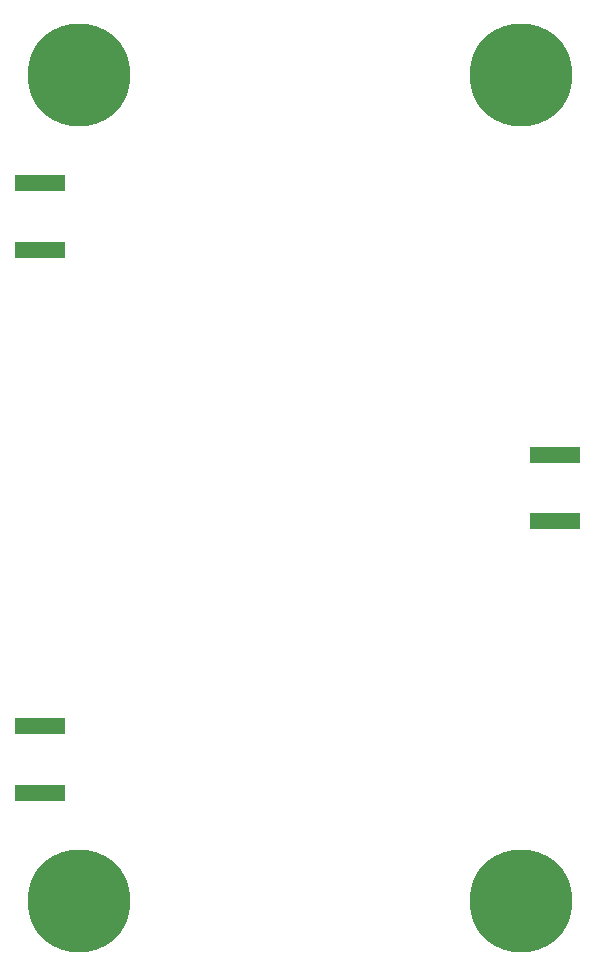
<source format=gbr>
%TF.GenerationSoftware,KiCad,Pcbnew,(5.1.6)-1*%
%TF.CreationDate,2020-10-09T05:33:10-04:00*%
%TF.ProjectId,RFID_PROJECT_PHASE-SHIFTER,52464944-5f50-4524-9f4a-4543545f5048,B*%
%TF.SameCoordinates,Original*%
%TF.FileFunction,Soldermask,Bot*%
%TF.FilePolarity,Negative*%
%FSLAX46Y46*%
G04 Gerber Fmt 4.6, Leading zero omitted, Abs format (unit mm)*
G04 Created by KiCad (PCBNEW (5.1.6)-1) date 2020-10-09 05:33:10*
%MOMM*%
%LPD*%
G01*
G04 APERTURE LIST*
%ADD10C,1.000000*%
%ADD11C,8.700000*%
%ADD12R,4.300000X1.450000*%
G04 APERTURE END LIST*
D10*
%TO.C,H8*%
X173780419Y-125219581D03*
X171500000Y-124275000D03*
X169219581Y-125219581D03*
X168275000Y-127500000D03*
X169219581Y-129780419D03*
X171500000Y-130725000D03*
X173780419Y-129780419D03*
X174725000Y-127500000D03*
D11*
X171500000Y-127500000D03*
%TD*%
D10*
%TO.C,H7*%
X136280419Y-125219581D03*
X134000000Y-124275000D03*
X131719581Y-125219581D03*
X130775000Y-127500000D03*
X131719581Y-129780419D03*
X134000000Y-130725000D03*
X136280419Y-129780419D03*
X137225000Y-127500000D03*
D11*
X134000000Y-127500000D03*
%TD*%
D10*
%TO.C,H6*%
X173780419Y-55219581D03*
X171500000Y-54275000D03*
X169219581Y-55219581D03*
X168275000Y-57500000D03*
X169219581Y-59780419D03*
X171500000Y-60725000D03*
X173780419Y-59780419D03*
X174725000Y-57500000D03*
D11*
X171500000Y-57500000D03*
%TD*%
D10*
%TO.C,H5*%
X136280419Y-55219581D03*
X134000000Y-54275000D03*
X131719581Y-55219581D03*
X130775000Y-57500000D03*
X131719581Y-59780419D03*
X134000000Y-60725000D03*
X136280419Y-59780419D03*
X137225000Y-57500000D03*
D11*
X134000000Y-57500000D03*
%TD*%
D12*
%TO.C,J5*%
X130700000Y-66675000D03*
X130700000Y-72325000D03*
%TD*%
%TO.C,J6*%
X130700000Y-112675000D03*
X130700000Y-118325000D03*
%TD*%
%TO.C,J7*%
X174300000Y-89675000D03*
X174300000Y-95325000D03*
%TD*%
M02*

</source>
